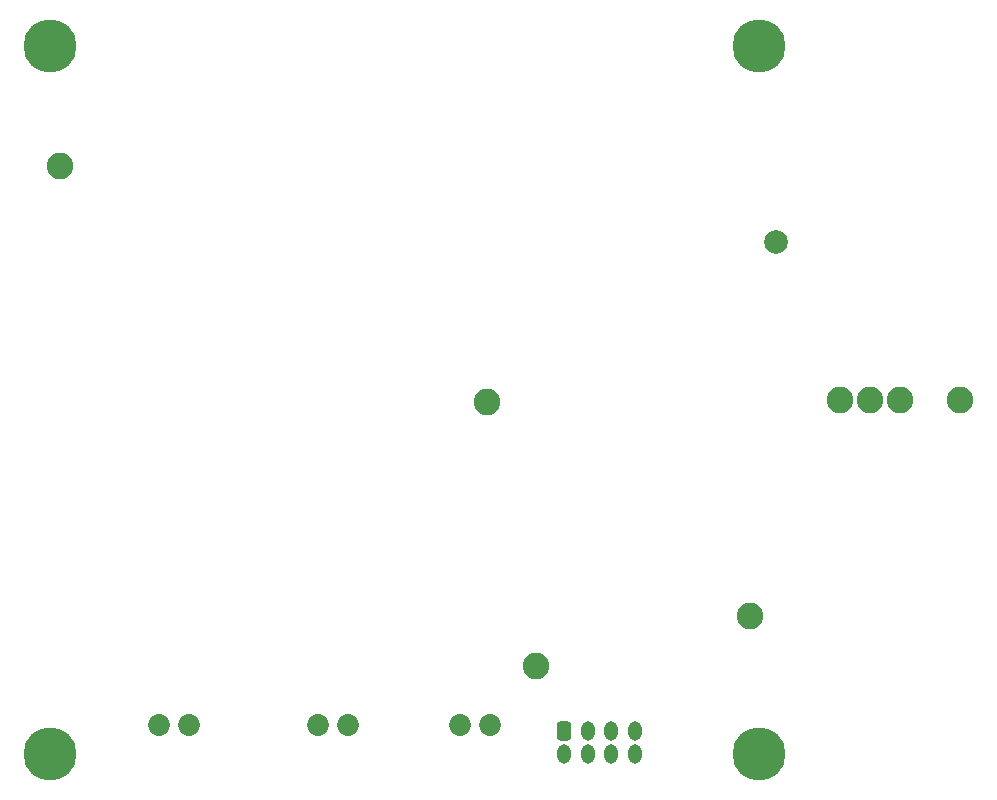
<source format=gbr>
%TF.GenerationSoftware,KiCad,Pcbnew,7.0.1-0*%
%TF.CreationDate,2023-05-25T18:05:17+09:00*%
%TF.ProjectId,Transformation,5472616e-7366-46f7-926d-6174696f6e2e,rev?*%
%TF.SameCoordinates,Original*%
%TF.FileFunction,Soldermask,Bot*%
%TF.FilePolarity,Negative*%
%FSLAX46Y46*%
G04 Gerber Fmt 4.6, Leading zero omitted, Abs format (unit mm)*
G04 Created by KiCad (PCBNEW 7.0.1-0) date 2023-05-25 18:05:17*
%MOMM*%
%LPD*%
G01*
G04 APERTURE LIST*
G04 Aperture macros list*
%AMRoundRect*
0 Rectangle with rounded corners*
0 $1 Rounding radius*
0 $2 $3 $4 $5 $6 $7 $8 $9 X,Y pos of 4 corners*
0 Add a 4 corners polygon primitive as box body*
4,1,4,$2,$3,$4,$5,$6,$7,$8,$9,$2,$3,0*
0 Add four circle primitives for the rounded corners*
1,1,$1+$1,$2,$3*
1,1,$1+$1,$4,$5*
1,1,$1+$1,$6,$7*
1,1,$1+$1,$8,$9*
0 Add four rect primitives between the rounded corners*
20,1,$1+$1,$2,$3,$4,$5,0*
20,1,$1+$1,$4,$5,$6,$7,0*
20,1,$1+$1,$6,$7,$8,$9,0*
20,1,$1+$1,$8,$9,$2,$3,0*%
G04 Aperture macros list end*
%ADD10C,2.250000*%
%ADD11C,4.500000*%
%ADD12C,1.853200*%
%ADD13RoundRect,0.250000X-0.350000X-0.560000X0.350000X-0.560000X0.350000X0.560000X-0.350000X0.560000X0*%
%ADD14O,1.200000X1.650000*%
%ADD15C,2.000000*%
G04 APERTURE END LIST*
D10*
%TO.C,TP3*%
X152600492Y-101149344D03*
%TD*%
%TO.C,TP4*%
X156700492Y-123449344D03*
%TD*%
%TO.C,TP5*%
X174850492Y-119199344D03*
%TD*%
D11*
%TO.C,REF\u002A\u002A*%
X175600492Y-130949344D03*
%TD*%
D12*
%TO.C,J3*%
X150299492Y-128449344D03*
X152839492Y-128449344D03*
%TD*%
%TO.C,J4*%
X124772492Y-128449344D03*
X127312492Y-128449344D03*
%TD*%
%TO.C,J1*%
X138234492Y-128449344D03*
X140774492Y-128449344D03*
%TD*%
D13*
%TO.C,J2*%
X159100492Y-128949344D03*
D14*
X159100492Y-130949344D03*
X161100492Y-128949344D03*
X161100492Y-130949344D03*
X163100492Y-128949344D03*
X163100492Y-130949344D03*
X165100492Y-128949344D03*
X165100492Y-130949344D03*
%TD*%
D10*
%TO.C,TP2*%
X116390492Y-81137344D03*
%TD*%
%TO.C,SW1*%
X192600492Y-100949344D03*
X187520492Y-100949344D03*
X184980492Y-100949344D03*
X182440492Y-100949344D03*
%TD*%
D15*
%TO.C,TP1*%
X177000492Y-87549344D03*
%TD*%
D11*
%TO.C,REF\u002A\u002A*%
X115600492Y-130949344D03*
%TD*%
%TO.C,REF\u002A\u002A*%
X115600492Y-70949344D03*
%TD*%
%TO.C,REF\u002A\u002A*%
X175600492Y-70949344D03*
%TD*%
M02*

</source>
